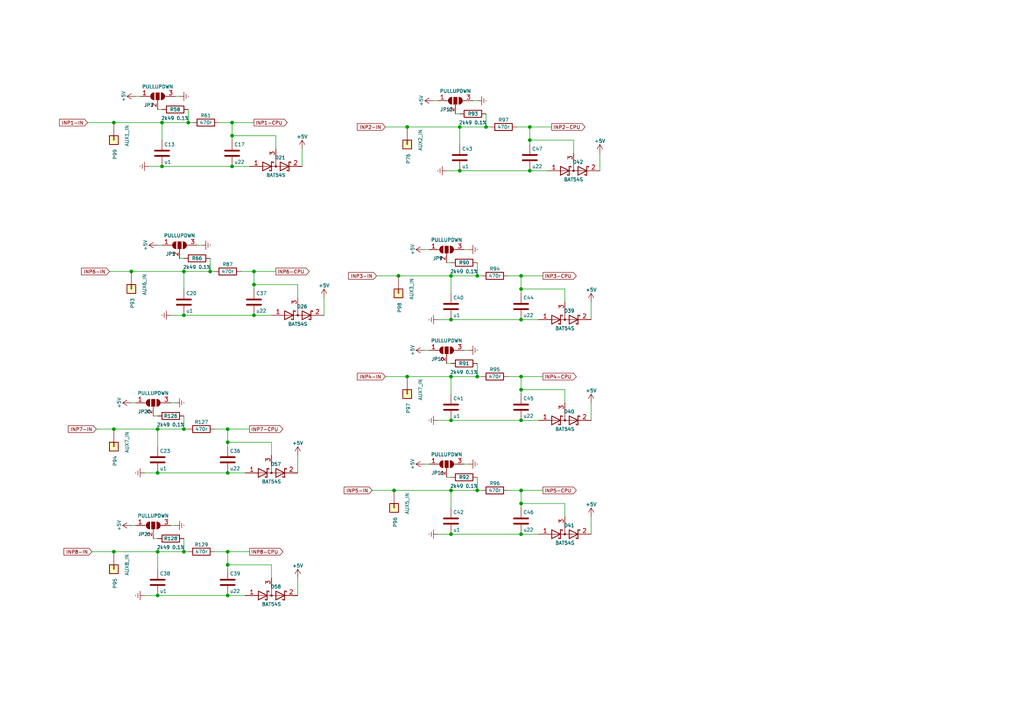
<source format=kicad_sch>
(kicad_sch (version 20231120) (generator "eeschema") (generator_version "8.0")
  (paper "A4")
  (lib_symbols
    (symbol "Device:C" (pin_numbers hide) (pin_names (offset 0.254))
      (property "Reference" "C" (at 0.635 2.54 0))
      (property "Value" "C" (at 0.635 -2.54 0))
      (symbol "C_0_1"
        (polyline (pts (xy -2.032 -0.762) (xy 2.032 -0.762)) (stroke (width 0.508)))
        (polyline (pts (xy -2.032 0.762) (xy 2.032 0.762)) (stroke (width 0.508)))
      )
      (symbol "C_1_1"
        (pin passive line (at 0 3.81 270) (length 2.794) (name "~") (number "1"))
        (pin passive line (at 0 -3.81 90) (length 2.794) (name "~") (number "2"))
      )
    )
    (symbol "Device:R" (pin_numbers hide) (pin_names (offset 0))
      (property "Reference" "R" (at 2.032 0 90))
      (property "Value" "R" (at 0 0 90))
      (symbol "R_0_1"
        (rectangle (start -1.016 -2.54) (end 1.016 2.54) (stroke (width 0.254)))
      )
      (symbol "R_1_1"
        (pin passive line (at 0 3.81 270) (length 1.27) (name "~") (number "1"))
        (pin passive line (at 0 -3.81 90) (length 1.27) (name "~") (number "2"))
      )
    )
    (symbol "Underdog-rescue:D_Schottky_x2_Serial_AKC-Device" (pin_names (offset 0.762) hide)
      (property "Reference" "D" (at 1.27 -2.54 0))
      (property "Value" "D_Schottky_x2_Serial_AKC-Device" (at 0 2.54 0))
      (symbol "D_Schottky_x2_Serial_AKC-Device_0_1"
        (polyline (pts (xy -3.81 0) (xy 3.81 0)))
        (polyline (pts (xy 0 0) (xy 0 -2.54)))
        (polyline (pts (xy 6.35 0) (xy 7.62 0)))
        (polyline (pts (xy -1.27 -1.27) (xy -1.27 1.27) (xy -1.27 1.27)) (stroke (width 0.254)))
        (polyline (pts (xy 3.81 1.27) (xy 3.81 -1.27) (xy 3.81 -1.27)) (stroke (width 0.254)))
        (polyline (pts (xy -1.27 -1.27) (xy -0.762 -1.27) (xy -0.762 -1.016) (xy -0.762 -1.016)) (stroke (width 0.254)))
        (polyline (pts (xy 3.81 -1.27) (xy 4.318 -1.27) (xy 4.318 -1.016) (xy 4.318 -1.016)) (stroke (width 0.254)))
        (polyline (pts (xy 3.81 1.27) (xy 3.302 1.27) (xy 3.302 1.016) (xy 3.302 1.016)) (stroke (width 0.254)))
        (polyline (pts (xy -1.778 1.016) (xy -1.778 1.27) (xy -1.27 1.27) (xy -1.27 1.27) (xy -1.27 1.27)) (stroke (width 0.254)))
        (polyline (pts (xy -3.81 1.27) (xy -1.27 0) (xy -3.81 -1.27) (xy -3.81 1.27) (xy -3.81 1.27) (xy -3.81 1.27)) (stroke (width 0.254)))
        (polyline (pts (xy 1.27 1.27) (xy 3.81 0) (xy 1.27 -1.27) (xy 1.27 1.27) (xy 1.27 1.27) (xy 1.27 1.27)) (stroke (width 0.254)))
        (circle (center 0 0) (radius 0.254) (fill (type outline)))
        (pin passive line (at -7.62 0 0) (length 3.81) (name "A") (number "1"))
        (pin passive line (at 7.62 0 180) (length 3.81) (name "K") (number "2"))
        (pin passive line (at 0 -5.08 90) (length 2.54) (name "common") (number "3"))
      )
    )
    (symbol "Underdog-rescue:SolderJumper_3_Open-Jumper1" (pin_names (offset 0) hide)
      (property "Reference" "JP" (at -2.54 -2.54 0))
      (property "Value" "SolderJumper_3_Open-Jumper1" (at 0 2.794 0))
      (symbol "SolderJumper_3_Open-Jumper1_0_1"
        (arc (start -1.016 1.016) (mid -2.0275 0) (end -1.016 -1.016))
        (arc (start -1.016 1.016) (mid -2.0275 0) (end -1.016 -1.016) (fill (type outline)))
        (rectangle (start -0.508 1.016) (end 0.508 -1.016) (fill (type outline)))
        (polyline (pts (xy -2.54 0) (xy -2.032 0)))
        (polyline (pts (xy -1.016 1.016) (xy -1.016 -1.016)))
        (polyline (pts (xy 0 -1.27) (xy 0 -1.016)))
        (polyline (pts (xy 1.016 1.016) (xy 1.016 -1.016)))
        (polyline (pts (xy 2.54 0) (xy 2.032 0)))
        (arc (start 1.016 -1.016) (mid 2.0275 0) (end 1.016 1.016))
        (arc (start 1.016 -1.016) (mid 2.0275 0) (end 1.016 1.016) (fill (type outline)))
      )
      (symbol "SolderJumper_3_Open-Jumper1_1_1"
        (pin passive line (at -5.08 0 0) (length 2.54) (name "A") (number "1"))
        (pin input line (at 0 -3.81 90) (length 2.54) (name "C") (number "2"))
        (pin passive line (at 5.08 0 180) (length 2.54) (name "B") (number "3"))
      )
    )
    (symbol "misc:Pad" (pin_numbers hide) (pin_names (offset 1.016) hide)
      (property "Reference" "P" (at 2.54 0 0))
      (symbol "Pad_1_1"
        (rectangle (start -1.27 0.127) (end 0 -0.127) (stroke (width 0.1524)))
        (rectangle (start -1.27 1.27) (end 1.27 -1.27) (stroke (width 0.254)) (fill (type background)))
        (pin passive line (at -5.08 0 0) (length 3.81) (name "Pin_1") (number "1"))
      )
    )
    (symbol "power:+5V" (power) (pin_names (offset 0))
      (property "Value" "+5V" (at 0 3.556 0))
      (symbol "+5V_0_1"
        (polyline (pts (xy -0.762 1.27) (xy 0 2.54)))
        (polyline (pts (xy 0 0) (xy 0 2.54)))
        (polyline (pts (xy 0 2.54) (xy 0.762 1.27)))
      )
      (symbol "+5V_1_1"
        (pin power_in line (at 0 0 90) (length 0) hide (name "+5V") (number "1"))
      )
    )
    (symbol "power:Earth" (power) (pin_names (offset 0))
      (symbol "Earth_0_1"
        (polyline (pts (xy -0.635 -1.905) (xy 0.635 -1.905)))
        (polyline (pts (xy -0.127 -2.54) (xy 0.127 -2.54)))
        (polyline (pts (xy 0 -1.27) (xy 0 0)))
        (polyline (pts (xy 1.27 -1.27) (xy -1.27 -1.27)))
      )
      (symbol "Earth_1_1"
        (pin power_in line (at 0 0 270) (length 0) hide (name "Earth") (number "1"))
      )
    )
  )
  (junction (at 151.13 83.82))
  (junction (at 130.81 80.01))
  (junction (at 130.81 92.71))
  (junction (at 66.04 137.16))
  (junction (at 151.13 109.22))
  (junction (at 130.81 154.94))
  (junction (at 151.13 92.71))
  (junction (at 46.99 48.26))
  (junction (at 67.31 39.37))
  (junction (at 66.04 163.83))
  (junction (at 46.99 35.56))
  (junction (at 153.67 40.64))
  (junction (at 115.57 80.01))
  (junction (at 138.43 109.22))
  (junction (at 60.96 78.74))
  (junction (at 151.13 80.01))
  (junction (at 118.11 109.22))
  (junction (at 33.02 35.56))
  (junction (at 53.34 91.44))
  (junction (at 73.66 91.44))
  (junction (at 73.66 82.55))
  (junction (at 67.31 35.56))
  (junction (at 130.81 121.92))
  (junction (at 66.04 128.27))
  (junction (at 67.31 48.26))
  (junction (at 66.04 172.72))
  (junction (at 114.3 142.24))
  (junction (at 153.67 49.53))
  (junction (at 151.13 121.92))
  (junction (at 54.61 35.56))
  (junction (at 33.02 124.46))
  (junction (at 138.43 80.01))
  (junction (at 153.67 36.83))
  (junction (at 133.35 36.83))
  (junction (at 45.72 172.72))
  (junction (at 45.72 124.46))
  (junction (at 151.13 146.05))
  (junction (at 130.81 109.22))
  (junction (at 53.34 124.46))
  (junction (at 140.97 36.83))
  (junction (at 53.34 78.74))
  (junction (at 33.02 160.02))
  (junction (at 53.34 160.02))
  (junction (at 151.13 142.24))
  (junction (at 151.13 154.94))
  (junction (at 45.72 160.02))
  (junction (at 38.1 78.74))
  (junction (at 138.43 142.24))
  (junction (at 151.13 113.03))
  (junction (at 133.35 49.53))
  (junction (at 73.66 78.74))
  (junction (at 66.04 124.46))
  (junction (at 66.04 160.02))
  (junction (at 118.11 36.83))
  (junction (at 45.72 137.16))
  (junction (at 130.81 142.24))
  (wire (pts (xy 45.72 71.12) (xy 46.99 71.12)))
  (wire (pts (xy 80.01 43.18) (xy 80.01 39.37)))
  (wire (pts (xy 138.43 80.01) (xy 138.43 76.2)))
  (wire (pts (xy 60.96 78.74) (xy 60.96 74.93)))
  (wire (pts (xy 151.13 92.71) (xy 156.21 92.71)))
  (wire (pts (xy 33.02 35.56) (xy 46.99 35.56)))
  (wire (pts (xy 135.89 72.39) (xy 134.62 72.39)))
  (wire (pts (xy 45.72 124.46) (xy 53.34 124.46)))
  (wire (pts (xy 46.99 35.56) (xy 54.61 35.56)))
  (wire (pts (xy 86.36 132.08) (xy 86.36 137.16)))
  (wire (pts (xy 130.81 109.22) (xy 138.43 109.22)))
  (wire (pts (xy 53.34 160.02) (xy 54.61 160.02)))
  (wire (pts (xy 153.67 36.83) (xy 160.02 36.83)))
  (wire (pts (xy 151.13 80.01) (xy 151.13 83.82)))
  (wire (pts (xy 41.91 172.72) (xy 45.72 172.72)))
  (wire (pts (xy 53.34 160.02) (xy 53.34 156.21)))
  (wire (pts (xy 66.04 160.02) (xy 72.39 160.02)))
  (wire (pts (xy 130.81 121.92) (xy 151.13 121.92)))
  (wire (pts (xy 151.13 109.22) (xy 157.48 109.22)))
  (wire (pts (xy 163.83 149.86) (xy 163.83 146.05)))
  (wire (pts (xy 147.32 80.01) (xy 151.13 80.01)))
  (wire (pts (xy 38.1 152.4) (xy 39.37 152.4)))
  (wire (pts (xy 44.45 156.21) (xy 45.72 156.21)))
  (wire (pts (xy 53.34 124.46) (xy 53.34 120.65)))
  (wire (pts (xy 127 121.92) (xy 130.81 121.92)))
  (wire (pts (xy 69.85 78.74) (xy 73.66 78.74)))
  (wire (pts (xy 53.34 78.74) (xy 53.34 83.82)))
  (wire (pts (xy 153.67 36.83) (xy 153.67 40.64)))
  (wire (pts (xy 129.54 49.53) (xy 133.35 49.53)))
  (wire (pts (xy 62.23 160.02) (xy 66.04 160.02)))
  (wire (pts (xy 39.37 27.94) (xy 40.64 27.94)))
  (wire (pts (xy 86.36 82.55) (xy 73.66 82.55)))
  (wire (pts (xy 135.89 134.62) (xy 134.62 134.62)))
  (wire (pts (xy 86.36 86.36) (xy 86.36 82.55)))
  (wire (pts (xy 43.18 48.26) (xy 46.99 48.26)))
  (wire (pts (xy 46.99 48.26) (xy 67.31 48.26)))
  (wire (pts (xy 140.97 36.83) (xy 140.97 33.02)))
  (wire (pts (xy 171.45 149.86) (xy 171.45 154.94)))
  (wire (pts (xy 45.72 124.46) (xy 45.72 129.54)))
  (wire (pts (xy 66.04 137.16) (xy 71.12 137.16)))
  (wire (pts (xy 44.45 120.65) (xy 45.72 120.65)))
  (wire (pts (xy 151.13 121.92) (xy 156.21 121.92)))
  (wire (pts (xy 66.04 124.46) (xy 66.04 128.27)))
  (wire (pts (xy 80.01 39.37) (xy 67.31 39.37)))
  (wire (pts (xy 38.1 116.84) (xy 39.37 116.84)))
  (wire (pts (xy 115.57 80.01) (xy 130.81 80.01)))
  (wire (pts (xy 73.66 78.74) (xy 73.66 82.55)))
  (wire (pts (xy 138.43 109.22) (xy 139.7 109.22)))
  (wire (pts (xy 107.95 142.24) (xy 114.3 142.24)))
  (wire (pts (xy 26.67 160.02) (xy 33.02 160.02)))
  (wire (pts (xy 151.13 113.03) (xy 151.13 114.3)))
  (wire (pts (xy 138.43 109.22) (xy 138.43 105.41)))
  (wire (pts (xy 163.83 83.82) (xy 151.13 83.82)))
  (wire (pts (xy 111.76 36.83) (xy 118.11 36.83)))
  (wire (pts (xy 151.13 83.82) (xy 151.13 85.09)))
  (wire (pts (xy 127 154.94) (xy 130.81 154.94)))
  (wire (pts (xy 149.86 36.83) (xy 153.67 36.83)))
  (wire (pts (xy 52.07 27.94) (xy 50.8 27.94)))
  (wire (pts (xy 151.13 80.01) (xy 157.48 80.01)))
  (wire (pts (xy 53.34 78.74) (xy 60.96 78.74)))
  (wire (pts (xy 66.04 172.72) (xy 71.12 172.72)))
  (wire (pts (xy 67.31 35.56) (xy 73.66 35.56)))
  (wire (pts (xy 53.34 124.46) (xy 54.61 124.46)))
  (wire (pts (xy 87.63 43.18) (xy 87.63 48.26)))
  (wire (pts (xy 66.04 124.46) (xy 72.39 124.46)))
  (wire (pts (xy 133.35 36.83) (xy 140.97 36.83)))
  (wire (pts (xy 49.53 91.44) (xy 53.34 91.44)))
  (wire (pts (xy 118.11 36.83) (xy 133.35 36.83)))
  (wire (pts (xy 147.32 109.22) (xy 151.13 109.22)))
  (wire (pts (xy 114.3 142.24) (xy 130.81 142.24)))
  (wire (pts (xy 78.74 163.83) (xy 66.04 163.83)))
  (wire (pts (xy 66.04 163.83) (xy 66.04 165.1)))
  (wire (pts (xy 147.32 142.24) (xy 151.13 142.24)))
  (wire (pts (xy 63.5 35.56) (xy 67.31 35.56)))
  (wire (pts (xy 67.31 39.37) (xy 67.31 40.64)))
  (wire (pts (xy 41.91 137.16) (xy 45.72 137.16)))
  (wire (pts (xy 153.67 40.64) (xy 153.67 41.91)))
  (wire (pts (xy 67.31 35.56) (xy 67.31 39.37)))
  (wire (pts (xy 130.81 109.22) (xy 130.81 114.3)))
  (wire (pts (xy 45.72 137.16) (xy 66.04 137.16)))
  (wire (pts (xy 38.1 78.74) (xy 53.34 78.74)))
  (wire (pts (xy 130.81 80.01) (xy 138.43 80.01)))
  (wire (pts (xy 31.75 78.74) (xy 38.1 78.74)))
  (wire (pts (xy 129.54 105.41) (xy 130.81 105.41)))
  (wire (pts (xy 58.42 71.12) (xy 57.15 71.12)))
  (wire (pts (xy 151.13 154.94) (xy 156.21 154.94)))
  (wire (pts (xy 173.99 44.45) (xy 173.99 49.53)))
  (wire (pts (xy 163.83 146.05) (xy 151.13 146.05)))
  (wire (pts (xy 135.89 101.6) (xy 134.62 101.6)))
  (wire (pts (xy 138.43 142.24) (xy 138.43 138.43)))
  (wire (pts (xy 66.04 128.27) (xy 66.04 129.54)))
  (wire (pts (xy 86.36 167.64) (xy 86.36 172.72)))
  (wire (pts (xy 78.74 132.08) (xy 78.74 128.27)))
  (wire (pts (xy 166.37 44.45) (xy 166.37 40.64)))
  (wire (pts (xy 123.19 72.39) (xy 124.46 72.39)))
  (wire (pts (xy 50.8 116.84) (xy 49.53 116.84)))
  (wire (pts (xy 67.31 48.26) (xy 72.39 48.26)))
  (wire (pts (xy 45.72 31.75) (xy 46.99 31.75)))
  (wire (pts (xy 33.02 160.02) (xy 45.72 160.02)))
  (wire (pts (xy 60.96 78.74) (xy 62.23 78.74)))
  (wire (pts (xy 130.81 154.94) (xy 151.13 154.94)))
  (wire (pts (xy 129.54 138.43) (xy 130.81 138.43)))
  (wire (pts (xy 33.02 124.46) (xy 45.72 124.46)))
  (wire (pts (xy 151.13 142.24) (xy 151.13 146.05)))
  (wire (pts (xy 127 92.71) (xy 130.81 92.71)))
  (wire (pts (xy 132.08 33.02) (xy 133.35 33.02)))
  (wire (pts (xy 109.22 80.01) (xy 115.57 80.01)))
  (wire (pts (xy 125.73 29.21) (xy 127 29.21)))
  (wire (pts (xy 123.19 134.62) (xy 124.46 134.62)))
  (wire (pts (xy 66.04 160.02) (xy 66.04 163.83)))
  (wire (pts (xy 138.43 80.01) (xy 139.7 80.01)))
  (wire (pts (xy 138.43 29.21) (xy 137.16 29.21)))
  (wire (pts (xy 163.83 87.63) (xy 163.83 83.82)))
  (wire (pts (xy 138.43 142.24) (xy 139.7 142.24)))
  (wire (pts (xy 133.35 49.53) (xy 153.67 49.53)))
  (wire (pts (xy 140.97 36.83) (xy 142.24 36.83)))
  (wire (pts (xy 73.66 78.74) (xy 80.01 78.74)))
  (wire (pts (xy 93.98 86.36) (xy 93.98 91.44)))
  (wire (pts (xy 151.13 109.22) (xy 151.13 113.03)))
  (wire (pts (xy 130.81 92.71) (xy 151.13 92.71)))
  (wire (pts (xy 45.72 160.02) (xy 45.72 165.1)))
  (wire (pts (xy 78.74 128.27) (xy 66.04 128.27)))
  (wire (pts (xy 130.81 80.01) (xy 130.81 85.09)))
  (wire (pts (xy 133.35 36.83) (xy 133.35 41.91)))
  (wire (pts (xy 123.19 101.6) (xy 124.46 101.6)))
  (wire (pts (xy 151.13 146.05) (xy 151.13 147.32)))
  (wire (pts (xy 46.99 35.56) (xy 46.99 40.64)))
  (wire (pts (xy 25.4 35.56) (xy 33.02 35.56)))
  (wire (pts (xy 163.83 113.03) (xy 151.13 113.03)))
  (wire (pts (xy 129.54 76.2) (xy 130.81 76.2)))
  (wire (pts (xy 163.83 116.84) (xy 163.83 113.03)))
  (wire (pts (xy 62.23 124.46) (xy 66.04 124.46)))
  (wire (pts (xy 151.13 142.24) (xy 157.48 142.24)))
  (wire (pts (xy 171.45 116.84) (xy 171.45 121.92)))
  (wire (pts (xy 52.07 74.93) (xy 53.34 74.93)))
  (wire (pts (xy 118.11 109.22) (xy 130.81 109.22)))
  (wire (pts (xy 73.66 82.55) (xy 73.66 83.82)))
  (wire (pts (xy 45.72 172.72) (xy 66.04 172.72)))
  (wire (pts (xy 130.81 142.24) (xy 130.81 147.32)))
  (wire (pts (xy 50.8 152.4) (xy 49.53 152.4)))
  (wire (pts (xy 171.45 87.63) (xy 171.45 92.71)))
  (wire (pts (xy 111.76 109.22) (xy 118.11 109.22)))
  (wire (pts (xy 54.61 35.56) (xy 55.88 35.56)))
  (wire (pts (xy 130.81 142.24) (xy 138.43 142.24)))
  (wire (pts (xy 166.37 40.64) (xy 153.67 40.64)))
  (wire (pts (xy 54.61 35.56) (xy 54.61 31.75)))
  (wire (pts (xy 153.67 49.53) (xy 158.75 49.53)))
  (wire (pts (xy 45.72 160.02) (xy 53.34 160.02)))
  (wire (pts (xy 73.66 91.44) (xy 78.74 91.44)))
  (wire (pts (xy 78.74 167.64) (xy 78.74 163.83)))
  (wire (pts (xy 53.34 91.44) (xy 73.66 91.44)))
  (wire (pts (xy 27.94 124.46) (xy 33.02 124.46)))
  (global_label "INP8-IN" (shape input) (at 26.67 160.02 180) (effects (font (size 1 1))) (property "Intersheetrefs" "${INTERSHEET_REFS}" (effects (hide yes))))
  (global_label "INP1-IN" (shape input) (at 25.4 35.56 180) (effects (font (size 1 1))) (property "Intersheetrefs" "${INTERSHEET_REFS}" (effects (hide yes))))
  (global_label "INP1-CPU" (shape output) (at 73.66 35.56 0) (effects (font (size 1 1))) (property "Intersheetrefs" "${INTERSHEET_REFS}" (effects (hide yes))))
  (global_label "INP2-IN" (shape input) (at 111.76 36.83 180) (effects (font (size 1 1))) (property "Intersheetrefs" "${INTERSHEET_REFS}" (effects (hide yes))))
  (global_label "INP7-CPU" (shape output) (at 72.39 124.46 0) (effects (font (size 1 1))) (property "Intersheetrefs" "${INTERSHEET_REFS}" (effects (hide yes))))
  (global_label "INP3-IN" (shape input) (at 109.22 80.01 180) (effects (font (size 1 1))) (property "Intersheetrefs" "${INTERSHEET_REFS}" (effects (hide yes))))
  (global_label "INP6-CPU" (shape output) (at 80.01 78.74 0) (effects (font (size 1 1))) (property "Intersheetrefs" "${INTERSHEET_REFS}" (effects (hide yes))))
  (global_label "INP8-CPU" (shape output) (at 72.39 160.02 0) (effects (font (size 1 1))) (property "Intersheetrefs" "${INTERSHEET_REFS}" (effects (hide yes))))
  (global_label "INP2-CPU" (shape output) (at 160.02 36.83 0) (effects (font (size 1 1))) (property "Intersheetrefs" "${INTERSHEET_REFS}" (effects (hide yes))))
  (global_label "INP5-CPU" (shape output) (at 157.48 142.24 0) (effects (font (size 1 1))) (property "Intersheetrefs" "${INTERSHEET_REFS}" (effects (hide yes))))
  (global_label "INP5-IN" (shape input) (at 107.95 142.24 180) (effects (font (size 1 1))) (property "Intersheetrefs" "${INTERSHEET_REFS}" (effects (hide yes))))
  (global_label "INP7-IN" (shape input) (at 27.94 124.46 180) (effects (font (size 1 1))) (property "Intersheetrefs" "${INTERSHEET_REFS}" (effects (hide yes))))
  (global_label "INP4-CPU" (shape output) (at 157.48 109.22 0) (effects (font (size 1 1))) (property "Intersheetrefs" "${INTERSHEET_REFS}" (effects (hide yes))))
  (global_label "INP3-CPU" (shape output) (at 157.48 80.01 0) (effects (font (size 1 1))) (property "Intersheetrefs" "${INTERSHEET_REFS}" (effects (hide yes))))
  (global_label "INP6-IN" (shape input) (at 31.75 78.74 180) (effects (font (size 1 1))) (property "Intersheetrefs" "${INTERSHEET_REFS}" (effects (hide yes))))
  (global_label "INP4-IN" (shape input) (at 111.76 109.22 180) (effects (font (size 1 1))) (property "Intersheetrefs" "${INTERSHEET_REFS}" (effects (hide yes))))
  (symbol (lib_id "power:Earth") (at 41.91 172.72 270) (unit 1)
    (property "Reference" "#PWR0200" (effects (hide yes)))
    (property "Value" "Earth" (effects (hide yes)))
  )
  (symbol (lib_id "misc:Pad") (at 115.57 85.09 270) (unit 1) (in_bom no)
    (property "Reference" "P98" (at 115.901 87.6839 0) (effects (font (size 1 1)) (justify left)))
    (property "Value" "AUX3_IN" (at 119.38 83.82 0) (effects (font (size 1 1))))
    (property "Footprint" "TestPoint:TestPoint_THTPad_1.5x1.5mm_Drill0.7mm" (effects (hide yes)))
    (property "Rot" "0" (effects (hide yes)))
    (property "label" "A10" (effects (hide yes)))
  )
  (symbol (lib_id "power:Earth") (at 50.8 152.4 90) (unit 1)
    (property "Reference" "#PWR0201" (effects (hide yes)))
    (property "Value" "Earth" (effects (hide yes)))
  )
  (symbol (lib_id "power:Earth") (at 41.91 137.16 270) (unit 1)
    (property "Reference" "#PWR0196" (effects (hide yes)))
    (property "Value" "Earth" (effects (hide yes)))
  )
  (symbol (lib_id "power:Earth") (at 127 121.92 270) (unit 1)
    (property "Reference" "#PWR0146" (effects (hide yes)))
    (property "Value" "Earth" (effects (hide yes)))
  )
  (symbol (lib_id "power:Earth") (at 58.42 71.12 90) (unit 1)
    (property "Reference" "#PWR068" (effects (hide yes)))
    (property "Value" "Earth" (effects (hide yes)))
  )
  (symbol (lib_id "Device:R") (at 143.51 80.01 90) (unit 1)
    (property "Reference" "R94" (at 143.51 77.978 90) (effects (font (size 1 1))))
    (property "Value" "470r" (at 143.51 80.01 90) (effects (font (size 1 1))))
    (property "Footprint" "easyeda2kicad:R0805" (effects (hide yes)))
    (property "MPN" " C17710" (effects (hide yes)))
    (property "LCSC" "C17710" (effects (hide yes)))
    (property "Rot" "0" (effects (hide yes)))
  )
  (symbol (lib_id "power:Earth") (at 127 154.94 270) (unit 1)
    (property "Reference" "#PWR0147" (effects (hide yes)))
    (property "Value" "Earth" (effects (hide yes)))
  )
  (symbol (lib_id "power:+5V") (at 123.19 134.62 90) (unit 1)
    (property "Reference" "#PWR0143" (effects (hide yes)))
    (property "Value" "+5V" (at 119.634 134.62 0) (effects (font (size 1 1))))
  )
  (symbol (lib_id "power:+5V") (at 125.73 29.21 90) (unit 1)
    (property "Reference" "#PWR0144" (effects (hide yes)))
    (property "Value" "+5V" (at 122.174 29.21 0) (effects (font (size 1 1))))
  )
  (symbol (lib_id "Device:C") (at 53.34 87.63 0) (unit 1)
    (property "Reference" "C20" (at 53.975 85.09 0) (effects (font (size 1 1)) (justify left)))
    (property "Value" "u1" (at 53.975 90.17 0) (effects (font (size 1 1)) (justify left)))
    (property "Footprint" "easyeda2kicad:C0805" (effects (hide yes)))
    (property "MPN" "CL21B104KBFNNNE" (effects (hide yes)))
    (property "LCSC" "C136621" (effects (hide yes)))
    (property "Rot" "0" (effects (hide yes)))
  )
  (symbol (lib_id "misc:Pad") (at 114.3 147.32 270) (unit 1) (in_bom no)
    (property "Reference" "P96" (at 114.631 149.9139 0) (effects (font (size 1 1)) (justify left)))
    (property "Value" "AUX5_IN" (at 118.11 146.05 0) (effects (font (size 1 1))))
    (property "Footprint" "TestPoint:TestPoint_THTPad_1.5x1.5mm_Drill0.7mm" (effects (hide yes)))
    (property "Rot" "0" (effects (hide yes)))
    (property "label" "A12" (effects (hide yes)))
  )
  (symbol (lib_id "power:+5V") (at 123.19 72.39 90) (unit 1)
    (property "Reference" "#PWR0121" (effects (hide yes)))
    (property "Value" "+5V" (at 119.634 72.39 0) (effects (font (size 1 1))))
  )
  (symbol (lib_id "misc:Pad") (at 33.02 165.1 270) (unit 1) (in_bom no)
    (property "Reference" "P95" (at 33.351 167.6939 0) (effects (font (size 1 1)) (justify left)))
    (property "Value" "AUX8_IN" (at 36.83 163.83 0) (effects (font (size 1 1))))
    (property "Footprint" "TestPoint:TestPoint_THTPad_1.5x1.5mm_Drill0.7mm" (effects (hide yes)))
    (property "Rot" "0" (effects (hide yes)))
    (property "text" "A15" (effects (hide yes)))
  )
  (symbol (lib_id "power:+5V") (at 171.45 149.86 0) (unit 1)
    (property "Reference" "#PWR0155" (effects (hide yes)))
    (property "Value" "+5V" (at 171.45 146.304 0) (effects (font (size 1 1))))
  )
  (symbol (lib_id "power:Earth") (at 138.43 29.21 90) (unit 1)
    (property "Reference" "#PWR0152" (effects (hide yes)))
    (property "Value" "Earth" (effects (hide yes)))
  )
  (symbol (lib_id "power:+5V") (at 93.98 86.36 0) (unit 1)
    (property "Reference" "#PWR0112" (effects (hide yes)))
    (property "Value" "+5V" (at 93.98 82.804 0) (effects (font (size 1 1))))
  )
  (symbol (lib_id "Device:C") (at 45.72 168.91 0) (unit 1)
    (property "Reference" "C38" (at 46.355 166.37 0) (effects (font (size 1 1)) (justify left)))
    (property "Value" "u1" (at 46.355 171.45 0) (effects (font (size 1 1)) (justify left)))
    (property "Footprint" "easyeda2kicad:C0805" (effects (hide yes)))
    (property "MPN" "CL21B104KBFNNNE" (effects (hide yes)))
    (property "LCSC" "C136621" (effects (hide yes)))
    (property "Rot" "0" (effects (hide yes)))
  )
  (symbol (lib_id "Device:R") (at 59.69 35.56 90) (unit 1)
    (property "Reference" "R61" (at 59.69 33.528 90) (effects (font (size 1 1))))
    (property "Value" "470r" (at 59.69 35.56 90) (effects (font (size 1 1))))
    (property "Footprint" "easyeda2kicad:R0805" (effects (hide yes)))
    (property "MPN" " C17710" (effects (hide yes)))
    (property "LCSC" "C17710" (effects (hide yes)))
    (property "Rot" "0" (effects (hide yes)))
  )
  (symbol (lib_id "Underdog-rescue:D_Schottky_x2_Serial_AKC-Device") (at 163.83 121.92 0) (mirror x) (unit 1)
    (property "Reference" "D40" (at 165.1 119.38 0) (effects (font (size 1 1))))
    (property "Value" "BAT54S" (at 163.83 124.46 0) (effects (font (size 1 1))))
    (property "Footprint" "easyeda2kicad:SOT-23-3_L3.0-W1.7-P0.95-LS2.9-BR" (effects (hide yes)))
    (property "MPN" "BAT54S,215" (effects (hide yes)))
    (property "LCSC" "C47546" (effects (hide yes)))
    (property "Rot" "0" (effects (hide yes)))
  )
  (symbol (lib_id "Underdog-rescue:D_Schottky_x2_Serial_AKC-Device") (at 163.83 154.94 0) (mirror x) (unit 1)
    (property "Reference" "D41" (at 165.1 152.4 0) (effects (font (size 1 1))))
    (property "Value" "BAT54S" (at 163.83 157.48 0) (effects (font (size 1 1))))
    (property "Footprint" "easyeda2kicad:SOT-23-3_L3.0-W1.7-P0.95-LS2.9-BR" (effects (hide yes)))
    (property "MPN" "BAT54S,215" (effects (hide yes)))
    (property "LCSC" "C47546" (effects (hide yes)))
    (property "Rot" "0" (effects (hide yes)))
  )
  (symbol (lib_id "Underdog-rescue:SolderJumper_3_Open-Jumper1") (at 44.45 116.84 0) (unit 1) (in_bom no)
    (property "Reference" "JP20" (at 41.91 119.38 0) (effects (font (size 1 1))))
    (property "Value" "PULLUPDWN" (at 44.45 114.046 0) (effects (font (size 1 1))))
    (property "Footprint" "Jumper:SolderJumper-3_P1.3mm_Open_Pad1.0x1.5mm_NumberLabels" (effects (hide yes)))
    (property "MPN" "DNP" (effects (hide yes)))
    (property "Rot" "0" (effects (hide yes)))
  )
  (symbol (lib_id "Underdog-rescue:SolderJumper_3_Open-Jumper1") (at 129.54 101.6 0) (unit 1) (in_bom no)
    (property "Reference" "JP10" (at 127 104.14 0) (effects (font (size 1 1))))
    (property "Value" "PULLUPDWN" (at 129.54 98.806 0) (effects (font (size 1 1))))
    (property "Footprint" "Jumper:SolderJumper-3_P1.3mm_Open_Pad1.0x1.5mm_NumberLabels" (effects (hide yes)))
    (property "MPN" "DNP" (effects (hide yes)))
    (property "Rot" "0" (effects (hide yes)))
  )
  (symbol (lib_id "misc:Pad") (at 118.11 41.91 270) (unit 1) (in_bom no)
    (property "Reference" "P76" (at 118.441 44.5039 0) (effects (font (size 1 1)) (justify left)))
    (property "Value" "AUX2_IN" (at 121.92 40.64 0) (effects (font (size 1 1))))
    (property "Footprint" "TestPoint:TestPoint_THTPad_1.5x1.5mm_Drill0.7mm" (effects (hide yes)))
    (property "Rot" "0" (effects (hide yes)))
    (property "label" "A8" (effects (hide yes)))
  )
  (symbol (lib_id "Underdog-rescue:D_Schottky_x2_Serial_AKC-Device") (at 80.01 48.26 0) (mirror x) (unit 1)
    (property "Reference" "D21" (at 81.28 45.72 0) (effects (font (size 1 1))))
    (property "Value" "BAT54S" (at 80.01 50.8 0) (effects (font (size 1 1))))
    (property "Footprint" "easyeda2kicad:SOT-23-3_L3.0-W1.7-P0.95-LS2.9-BR" (effects (hide yes)))
    (property "MPN" "BAT54S,215" (effects (hide yes)))
    (property "LCSC" "C47546" (effects (hide yes)))
    (property "Rot" "0" (effects (hide yes)))
  )
  (symbol (lib_id "Device:C") (at 66.04 133.35 0) (unit 1)
    (property "Reference" "C36" (at 66.675 130.81 0) (effects (font (size 1 1)) (justify left)))
    (property "Value" "u22" (at 66.675 135.89 0) (effects (font (size 1 1)) (justify left)))
    (property "Footprint" "easyeda2kicad:C0805" (effects (hide yes)))
    (property "MPN" "CL21B224KBFNNNE" (effects (hide yes)))
    (property "LCSC" "C5378" (effects (hide yes)))
    (property "Rot" "0" (effects (hide yes)))
  )
  (symbol (lib_id "Underdog-rescue:SolderJumper_3_Open-Jumper1") (at 45.72 27.94 0) (unit 1) (in_bom no)
    (property "Reference" "JP3" (at 43.18 30.48 0) (effects (font (size 1 1))))
    (property "Value" "PULLUPDWN" (at 45.72 25.146 0) (effects (font (size 1 1))))
    (property "Footprint" "Jumper:SolderJumper-3_P1.3mm_Open_Pad1.0x1.5mm_NumberLabels" (effects (hide yes)))
    (property "MPN" "DNP" (effects (hide yes)))
    (property "Rot" "0" (effects (hide yes)))
  )
  (symbol (lib_id "power:+5V") (at 171.45 116.84 0) (unit 1)
    (property "Reference" "#PWR0154" (effects (hide yes)))
    (property "Value" "+5V" (at 171.45 113.284 0) (effects (font (size 1 1))))
  )
  (symbol (lib_id "Device:C") (at 151.13 118.11 0) (unit 1)
    (property "Reference" "C45" (at 151.765 115.57 0) (effects (font (size 1 1)) (justify left)))
    (property "Value" "u22" (at 151.765 120.65 0) (effects (font (size 1 1)) (justify left)))
    (property "Footprint" "easyeda2kicad:C0805" (effects (hide yes)))
    (property "MPN" "CL21B224KBFNNNE" (effects (hide yes)))
    (property "LCSC" "C5378" (effects (hide yes)))
    (property "Rot" "0" (effects (hide yes)))
  )
  (symbol (lib_id "Device:R") (at 57.15 74.93 270) (unit 1)
    (property "Reference" "R66" (at 57.15 74.93 90) (effects (font (size 1 1))))
    (property "Value" "2k49 0.1%" (at 57.15 77.47 90) (effects (font (size 1 1))))
    (property "Footprint" "easyeda2kicad:R0805" (effects (hide yes)))
    (property "MPN" "C515727" (effects (hide yes)))
    (property "LCSC" "C515727" (effects (hide yes)))
    (property "Rot" "0" (effects (hide yes)))
  )
  (symbol (lib_id "power:+5V") (at 173.99 44.45 0) (unit 1)
    (property "Reference" "#PWR0156" (effects (hide yes)))
    (property "Value" "+5V" (at 173.99 40.894 0) (effects (font (size 1 1))))
  )
  (symbol (lib_id "Device:R") (at 49.53 156.21 270) (unit 1)
    (property "Reference" "R128" (at 49.53 156.21 90) (effects (font (size 1 1))))
    (property "Value" "2k49 0.1%" (at 49.53 158.75 90) (effects (font (size 1 1))))
    (property "Footprint" "easyeda2kicad:R0805" (effects (hide yes)))
    (property "MPN" "C515727" (effects (hide yes)))
    (property "LCSC" "C515727" (effects (hide yes)))
    (property "Rot" "0" (effects (hide yes)))
  )
  (symbol (lib_id "Device:C") (at 45.72 133.35 0) (unit 1)
    (property "Reference" "C23" (at 46.355 130.81 0) (effects (font (size 1 1)) (justify left)))
    (property "Value" "u1" (at 46.355 135.89 0) (effects (font (size 1 1)) (justify left)))
    (property "Footprint" "easyeda2kicad:C0805" (effects (hide yes)))
    (property "MPN" "CL21B104KBFNNNE" (effects (hide yes)))
    (property "LCSC" "C136621" (effects (hide yes)))
    (property "Rot" "0" (effects (hide yes)))
  )
  (symbol (lib_id "Device:C") (at 130.81 88.9 0) (unit 1)
    (property "Reference" "C40" (at 131.445 86.36 0) (effects (font (size 1 1)) (justify left)))
    (property "Value" "u1" (at 131.445 91.44 0) (effects (font (size 1 1)) (justify left)))
    (property "Footprint" "easyeda2kicad:C0805" (effects (hide yes)))
    (property "MPN" "CL21B104KBFNNNE" (effects (hide yes)))
    (property "LCSC" "C136621" (effects (hide yes)))
    (property "Rot" "0" (effects (hide yes)))
  )
  (symbol (lib_id "Device:C") (at 151.13 88.9 0) (unit 1)
    (property "Reference" "C44" (at 151.765 86.36 0) (effects (font (size 1 1)) (justify left)))
    (property "Value" "u22" (at 151.765 91.44 0) (effects (font (size 1 1)) (justify left)))
    (property "Footprint" "easyeda2kicad:C0805" (effects (hide yes)))
    (property "MPN" "CL21B224KBFNNNE" (effects (hide yes)))
    (property "LCSC" "C5378" (effects (hide yes)))
    (property "Rot" "0" (effects (hide yes)))
  )
  (symbol (lib_id "Device:C") (at 66.04 168.91 0) (unit 1)
    (property "Reference" "C39" (at 66.675 166.37 0) (effects (font (size 1 1)) (justify left)))
    (property "Value" "u22" (at 66.675 171.45 0) (effects (font (size 1 1)) (justify left)))
    (property "Footprint" "easyeda2kicad:C0805" (effects (hide yes)))
    (property "MPN" "CL21B224KBFNNNE" (effects (hide yes)))
    (property "LCSC" "C5378" (effects (hide yes)))
    (property "Rot" "0" (effects (hide yes)))
  )
  (symbol (lib_id "power:Earth") (at 52.07 27.94 90) (unit 1)
    (property "Reference" "#PWR0100" (effects (hide yes)))
    (property "Value" "Earth" (effects (hide yes)))
  )
  (symbol (lib_id "Device:R") (at 143.51 109.22 90) (unit 1)
    (property "Reference" "R95" (at 143.51 107.188 90) (effects (font (size 1 1))))
    (property "Value" "470r" (at 143.51 109.22 90) (effects (font (size 1 1))))
    (property "Footprint" "easyeda2kicad:R0805" (effects (hide yes)))
    (property "MPN" " C17710" (effects (hide yes)))
    (property "LCSC" "C17710" (effects (hide yes)))
    (property "Rot" "0" (effects (hide yes)))
  )
  (symbol (lib_id "Device:C") (at 130.81 151.13 0) (unit 1)
    (property "Reference" "C42" (at 131.445 148.59 0) (effects (font (size 1 1)) (justify left)))
    (property "Value" "u1" (at 131.445 153.67 0) (effects (font (size 1 1)) (justify left)))
    (property "Footprint" "easyeda2kicad:C0805" (effects (hide yes)))
    (property "MPN" "CL21B104KBFNNNE" (effects (hide yes)))
    (property "LCSC" "C136621" (effects (hide yes)))
    (property "Rot" "0" (effects (hide yes)))
  )
  (symbol (lib_id "power:+5V") (at 86.36 167.64 0) (unit 1)
    (property "Reference" "#PWR0202" (effects (hide yes)))
    (property "Value" "+5V" (at 86.36 164.084 0) (effects (font (size 1 1))))
  )
  (symbol (lib_id "Device:R") (at 146.05 36.83 90) (unit 1)
    (property "Reference" "R97" (at 146.05 34.798 90) (effects (font (size 1 1))))
    (property "Value" "470r" (at 146.05 36.83 90) (effects (font (size 1 1))))
    (property "Footprint" "easyeda2kicad:R0805" (effects (hide yes)))
    (property "MPN" " C17710" (effects (hide yes)))
    (property "LCSC" "C17710" (effects (hide yes)))
    (property "Rot" "0" (effects (hide yes)))
  )
  (symbol (lib_id "power:Earth") (at 127 92.71 270) (unit 1)
    (property "Reference" "#PWR0145" (effects (hide yes)))
    (property "Value" "Earth" (effects (hide yes)))
  )
  (symbol (lib_id "power:Earth") (at 135.89 134.62 90) (unit 1)
    (property "Reference" "#PWR0151" (effects (hide yes)))
    (property "Value" "Earth" (effects (hide yes)))
  )
  (symbol (lib_id "Device:R") (at 137.16 33.02 270) (unit 1)
    (property "Reference" "R93" (at 137.16 33.02 90) (effects (font (size 1 1))))
    (property "Value" "2k49 0.1%" (at 137.16 35.56 90) (effects (font (size 1 1))))
    (property "Footprint" "easyeda2kicad:R0805" (effects (hide yes)))
    (property "MPN" "C515727" (effects (hide yes)))
    (property "LCSC" "C515727" (effects (hide yes)))
    (property "Rot" "0" (effects (hide yes)))
  )
  (symbol (lib_id "power:+5V") (at 86.36 132.08 0) (unit 1)
    (property "Reference" "#PWR0198" (effects (hide yes)))
    (property "Value" "+5V" (at 86.36 128.524 0) (effects (font (size 1 1))))
  )
  (symbol (lib_id "Device:R") (at 58.42 160.02 90) (unit 1)
    (property "Reference" "R129" (at 58.42 157.988 90) (effects (font (size 1 1))))
    (property "Value" "470r" (at 58.42 160.02 90) (effects (font (size 1 1))))
    (property "Footprint" "easyeda2kicad:R0805" (effects (hide yes)))
    (property "MPN" " C17710" (effects (hide yes)))
    (property "LCSC" "C17710" (effects (hide yes)))
    (property "Rot" "0" (effects (hide yes)))
  )
  (symbol (lib_id "Device:C") (at 153.67 45.72 0) (unit 1)
    (property "Reference" "C47" (at 154.305 43.18 0) (effects (font (size 1 1)) (justify left)))
    (property "Value" "u22" (at 154.305 48.26 0) (effects (font (size 1 1)) (justify left)))
    (property "Footprint" "easyeda2kicad:C0805" (effects (hide yes)))
    (property "MPN" "CL21B224KBFNNNE" (effects (hide yes)))
    (property "LCSC" "C5378" (effects (hide yes)))
    (property "Rot" "0" (effects (hide yes)))
  )
  (symbol (lib_id "Device:R") (at 134.62 76.2 270) (unit 1)
    (property "Reference" "R90" (at 134.62 76.2 90) (effects (font (size 1 1))))
    (property "Value" "2k49 0.1%" (at 134.62 78.74 90) (effects (font (size 1 1))))
    (property "Footprint" "easyeda2kicad:R0805" (effects (hide yes)))
    (property "MPN" "C515727" (effects (hide yes)))
    (property "LCSC" "C515727" (effects (hide yes)))
    (property "Rot" "0" (effects (hide yes)))
  )
  (symbol (lib_id "power:Earth") (at 135.89 72.39 90) (unit 1)
    (property "Reference" "#PWR0149" (effects (hide yes)))
    (property "Value" "Earth" (effects (hide yes)))
  )
  (symbol (lib_id "Underdog-rescue:D_Schottky_x2_Serial_AKC-Device") (at 163.83 92.71 0) (mirror x) (unit 1)
    (property "Reference" "D39" (at 165.1 90.17 0) (effects (font (size 1 1))))
    (property "Value" "BAT54S" (at 163.83 95.25 0) (effects (font (size 1 1))))
    (property "Footprint" "easyeda2kicad:SOT-23-3_L3.0-W1.7-P0.95-LS2.9-BR" (effects (hide yes)))
    (property "MPN" "BAT54S,215" (effects (hide yes)))
    (property "LCSC" "C47546" (effects (hide yes)))
    (property "Rot" "0" (effects (hide yes)))
  )
  (symbol (lib_id "Underdog-rescue:D_Schottky_x2_Serial_AKC-Device") (at 86.36 91.44 0) (mirror x) (unit 1)
    (property "Reference" "D26" (at 87.63 88.9 0) (effects (font (size 1 1))))
    (property "Value" "BAT54S" (at 86.36 93.98 0) (effects (font (size 1 1))))
    (property "Footprint" "easyeda2kicad:SOT-23-3_L3.0-W1.7-P0.95-LS2.9-BR" (effects (hide yes)))
    (property "MPN" "BAT54S,215" (effects (hide yes)))
    (property "LCSC" "C47546" (effects (hide yes)))
    (property "Rot" "0" (effects (hide yes)))
  )
  (symbol (lib_id "power:+5V") (at 123.19 101.6 90) (unit 1)
    (property "Reference" "#PWR0142" (effects (hide yes)))
    (property "Value" "+5V" (at 119.634 101.6 0) (effects (font (size 1 1))))
  )
  (symbol (lib_id "misc:Pad") (at 118.11 114.3 270) (unit 1) (in_bom no)
    (property "Reference" "P97" (at 118.441 116.8939 0) (effects (font (size 1 1)) (justify left)))
    (property "Value" "AUX7_IN" (at 121.92 113.03 0) (effects (font (size 1 1))))
    (property "Footprint" "TestPoint:TestPoint_THTPad_1.5x1.5mm_Drill0.7mm" (effects (hide yes)))
    (property "Rot" "0" (effects (hide yes)))
    (property "label" "A11" (effects (hide yes)))
  )
  (symbol (lib_id "power:Earth") (at 135.89 101.6 90) (unit 1)
    (property "Reference" "#PWR0150" (effects (hide yes)))
    (property "Value" "Earth" (effects (hide yes)))
  )
  (symbol (lib_id "Device:R") (at 134.62 138.43 270) (unit 1)
    (property "Reference" "R92" (at 134.62 138.43 90) (effects (font (size 1 1))))
    (property "Value" "2k49 0.1%" (at 134.62 140.97 90) (effects (font (size 1 1))))
    (property "Footprint" "easyeda2kicad:R0805" (effects (hide yes)))
    (property "MPN" "C515727" (effects (hide yes)))
    (property "LCSC" "C515727" (effects (hide yes)))
    (property "Rot" "0" (effects (hide yes)))
  )
  (symbol (lib_id "power:+5V") (at 38.1 152.4 90) (unit 1)
    (property "Reference" "#PWR0199" (effects (hide yes)))
    (property "Value" "+5V" (at 34.544 152.4 0) (effects (font (size 1 1))))
  )
  (symbol (lib_id "Underdog-rescue:SolderJumper_3_Open-Jumper1") (at 129.54 134.62 0) (unit 1) (in_bom no)
    (property "Reference" "JP11" (at 127 137.16 0) (effects (font (size 1 1))))
    (property "Value" "PULLUPDWN" (at 129.54 131.826 0) (effects (font (size 1 1))))
    (property "Footprint" "Jumper:SolderJumper-3_P1.3mm_Open_Pad1.0x1.5mm_NumberLabels" (effects (hide yes)))
    (property "MPN" "DNP" (effects (hide yes)))
    (property "Rot" "0" (effects (hide yes)))
  )
  (symbol (lib_id "Device:R") (at 134.62 105.41 270) (unit 1)
    (property "Reference" "R91" (at 134.62 105.41 90) (effects (font (size 1 1))))
    (property "Value" "2k49 0.1%" (at 134.62 107.95 90) (effects (font (size 1 1))))
    (property "Footprint" "easyeda2kicad:R0805" (effects (hide yes)))
    (property "MPN" "C515727" (effects (hide yes)))
    (property "LCSC" "C515727" (effects (hide yes)))
    (property "Rot" "0" (effects (hide yes)))
  )
  (symbol (lib_id "power:Earth") (at 50.8 116.84 90) (unit 1)
    (property "Reference" "#PWR0197" (effects (hide yes)))
    (property "Value" "Earth" (effects (hide yes)))
  )
  (symbol (lib_id "Underdog-rescue:D_Schottky_x2_Serial_AKC-Device") (at 166.37 49.53 0) (mirror x) (unit 1)
    (property "Reference" "D42" (at 167.64 46.99 0) (effects (font (size 1 1))))
    (property "Value" "BAT54S" (at 166.37 52.07 0) (effects (font (size 1 1))))
    (property "Footprint" "easyeda2kicad:SOT-23-3_L3.0-W1.7-P0.95-LS2.9-BR" (effects (hide yes)))
    (property "MPN" "BAT54S,215" (effects (hide yes)))
    (property "LCSC" "C47546" (effects (hide yes)))
    (property "Rot" "0" (effects (hide yes)))
  )
  (symbol (lib_id "power:Earth") (at 43.18 48.26 270) (unit 1)
    (property "Reference" "#PWR097" (effects (hide yes)))
    (property "Value" "Earth" (effects (hide yes)))
  )
  (symbol (lib_id "misc:Pad") (at 33.02 40.64 270) (unit 1) (in_bom no)
    (property "Reference" "P99" (at 33.351 43.2339 0) (effects (font (size 1 1)) (justify left)))
    (property "Value" "AUX1_IN" (at 36.83 39.37 0) (effects (font (size 1 1))))
    (property "Footprint" "TestPoint:TestPoint_THTPad_1.5x1.5mm_Drill0.7mm" (effects (hide yes)))
    (property "Rot" "0" (effects (hide yes)))
    (property "label" "A9" (effects (hide yes)))
  )
  (symbol (lib_id "misc:Pad") (at 33.02 129.54 270) (unit 1) (in_bom no)
    (property "Reference" "P94" (at 33.351 132.1339 0) (effects (font (size 1 1)) (justify left)))
    (property "Value" "AUX7_IN" (at 36.83 128.27 0) (effects (font (size 1 1))))
    (property "Footprint" "TestPoint:TestPoint_THTPad_1.5x1.5mm_Drill0.7mm" (effects (hide yes)))
    (property "Rot" "0" (effects (hide yes)))
    (property "text" "A14" (effects (hide yes)))
  )
  (symbol (lib_id "misc:Pad") (at 38.1 83.82 270) (unit 1) (in_bom no)
    (property "Reference" "P93" (at 38.431 86.4139 0) (effects (font (size 1 1)) (justify left)))
    (property "Value" "AUX6_IN" (at 41.91 82.55 0) (effects (font (size 1 1))))
    (property "Footprint" "TestPoint:TestPoint_THTPad_1.5x1.5mm_Drill0.7mm" (effects (hide yes)))
    (property "Rot" "0" (effects (hide yes)))
    (property "text" "A13" (effects (hide yes)))
  )
  (symbol (lib_id "Device:R") (at 58.42 124.46 90) (unit 1)
    (property "Reference" "R127" (at 58.42 122.428 90) (effects (font (size 1 1))))
    (property "Value" "470r" (at 58.42 124.46 90) (effects (font (size 1 1))))
    (property "Footprint" "easyeda2kicad:R0805" (effects (hide yes)))
    (property "MPN" " C17710" (effects (hide yes)))
    (property "LCSC" "C17710" (effects (hide yes)))
    (property "Rot" "0" (effects (hide yes)))
  )
  (symbol (lib_id "Device:R") (at 50.8 31.75 270) (unit 1)
    (property "Reference" "R58" (at 50.8 31.75 90) (effects (font (size 1 1))))
    (property "Value" "2k49 0.1%" (at 50.8 34.29 90) (effects (font (size 1 1))))
    (property "Footprint" "easyeda2kicad:R0805" (effects (hide yes)))
    (property "MPN" "C515727" (effects (hide yes)))
    (property "LCSC" "C515727" (effects (hide yes)))
    (property "Rot" "0" (effects (hide yes)))
  )
  (symbol (lib_id "Device:C") (at 151.13 151.13 0) (unit 1)
    (property "Reference" "C46" (at 151.765 148.59 0) (effects (font (size 1 1)) (justify left)))
    (property "Value" "u22" (at 151.765 153.67 0) (effects (font (size 1 1)) (justify left)))
    (property "Footprint" "easyeda2kicad:C0805" (effects (hide yes)))
    (property "MPN" "CL21B224KBFNNNE" (effects (hide yes)))
    (property "LCSC" "C5378" (effects (hide yes)))
    (property "Rot" "0" (effects (hide yes)))
  )
  (symbol (lib_id "power:+5V") (at 39.37 27.94 90) (unit 1)
    (property "Reference" "#PWR037" (effects (hide yes)))
    (property "Value" "+5V" (at 35.814 27.94 0) (effects (font (size 1 1))))
  )
  (symbol (lib_id "Device:C") (at 46.99 44.45 0) (unit 1)
    (property "Reference" "C13" (at 47.625 41.91 0) (effects (font (size 1 1)) (justify left)))
    (property "Value" "u1" (at 47.625 46.99 0) (effects (font (size 1 1)) (justify left)))
    (property "Footprint" "easyeda2kicad:C0805" (effects (hide yes)))
    (property "MPN" "CL21B104KBFNNNE" (effects (hide yes)))
    (property "LCSC" "C136621" (effects (hide yes)))
    (property "Rot" "0" (effects (hide yes)))
  )
  (symbol (lib_id "Device:R") (at 66.04 78.74 90) (unit 1)
    (property "Reference" "R87" (at 66.04 76.708 90) (effects (font (size 1 1))))
    (property "Value" "470r" (at 66.04 78.74 90) (effects (font (size 1 1))))
    (property "Footprint" "easyeda2kicad:R0805" (effects (hide yes)))
    (property "MPN" " C17710" (effects (hide yes)))
    (property "LCSC" "C17710" (effects (hide yes)))
    (property "Rot" "0" (effects (hide yes)))
  )
  (symbol (lib_id "power:Earth") (at 129.54 49.53 270) (unit 1)
    (property "Reference" "#PWR0148" (effects (hide yes)))
    (property "Value" "Earth" (effects (hide yes)))
  )
  (symbol (lib_id "Underdog-rescue:SolderJumper_3_Open-Jumper1") (at 129.54 72.39 0) (unit 1) (in_bom no)
    (property "Reference" "JP9" (at 127 74.93 0) (effects (font (size 1 1))))
    (property "Value" "PULLUPDWN" (at 129.54 69.596 0) (effects (font (size 1 1))))
    (property "Footprint" "Jumper:SolderJumper-3_P1.3mm_Open_Pad1.0x1.5mm_NumberLabels" (effects (hide yes)))
    (property "MPN" "DNP" (effects (hide yes)))
    (property "Rot" "0" (effects (hide yes)))
  )
  (symbol (lib_id "Device:R") (at 49.53 120.65 270) (unit 1)
    (property "Reference" "R126" (at 49.53 120.65 90) (effects (font (size 1 1))))
    (property "Value" "2k49 0.1%" (at 49.53 123.19 90) (effects (font (size 1 1))))
    (property "Footprint" "easyeda2kicad:R0805" (effects (hide yes)))
    (property "MPN" "C515727" (effects (hide yes)))
    (property "LCSC" "C515727" (effects (hide yes)))
    (property "Rot" "0" (effects (hide yes)))
  )
  (symbol (lib_id "Underdog-rescue:D_Schottky_x2_Serial_AKC-Device") (at 78.74 137.16 0) (mirror x) (unit 1)
    (property "Reference" "D57" (at 80.01 134.62 0) (effects (font (size 1 1))))
    (property "Value" "BAT54S" (at 78.74 139.7 0) (effects (font (size 1 1))))
    (property "Footprint" "easyeda2kicad:SOT-23-3_L3.0-W1.7-P0.95-LS2.9-BR" (effects (hide yes)))
    (property "MPN" "BAT54S,215" (effects (hide yes)))
    (property "LCSC" "C47546" (effects (hide yes)))
    (property "Rot" "0" (effects (hide yes)))
  )
  (symbol (lib_id "Device:R") (at 143.51 142.24 90) (unit 1)
    (property "Reference" "R96" (at 143.51 140.208 90) (effects (font (size 1 1))))
    (property "Value" "470r" (at 143.51 142.24 90) (effects (font (size 1 1))))
    (property "Footprint" "easyeda2kicad:R0805" (effects (hide yes)))
    (property "MPN" " C17710" (effects (hide yes)))
    (property "LCSC" "C17710" (effects (hide yes)))
    (property "Rot" "0" (effects (hide yes)))
  )
  (symbol (lib_id "power:+5V") (at 171.45 87.63 0) (unit 1)
    (property "Reference" "#PWR0153" (effects (hide yes)))
    (property "Value" "+5V" (at 171.45 84.074 0) (effects (font (size 1 1))))
  )
  (symbol (lib_id "power:+5V") (at 87.63 43.18 0) (unit 1)
    (property "Reference" "#PWR0103" (effects (hide yes)))
    (property "Value" "+5V" (at 87.63 39.624 0) (effects (font (size 1 1))))
  )
  (symbol (lib_id "Underdog-rescue:SolderJumper_3_Open-Jumper1") (at 132.08 29.21 0) (unit 1) (in_bom no)
    (property "Reference" "JP12" (at 129.54 31.75 0) (effects (font (size 1 1))))
    (property "Value" "PULLUPDWN" (at 132.08 26.416 0) (effects (font (size 1 1))))
    (property "Footprint" "Jumper:SolderJumper-3_P1.3mm_Open_Pad1.0x1.5mm_NumberLabels" (effects (hide yes)))
    (property "MPN" "DNP" (effects (hide yes)))
    (property "Rot" "0" (effects (hide yes)))
  )
  (symbol (lib_id "Device:C") (at 133.35 45.72 0) (unit 1)
    (property "Reference" "C43" (at 133.985 43.18 0) (effects (font (size 1 1)) (justify left)))
    (property "Value" "u1" (at 133.985 48.26 0) (effects (font (size 1 1)) (justify left)))
    (property "Footprint" "easyeda2kicad:C0805" (effects (hide yes)))
    (property "MPN" "CL21B104KBFNNNE" (effects (hide yes)))
    (property "LCSC" "C136621" (effects (hide yes)))
    (property "Rot" "0" (effects (hide yes)))
  )
  (symbol (lib_id "Device:C") (at 130.81 118.11 0) (unit 1)
    (property "Reference" "C41" (at 131.445 115.57 0) (effects (font (size 1 1)) (justify left)))
    (property "Value" "u1" (at 131.445 120.65 0) (effects (font (size 1 1)) (justify left)))
    (property "Footprint" "easyeda2kicad:C0805" (effects (hide yes)))
    (property "MPN" "CL21B104KBFNNNE" (effects (hide yes)))
    (property "LCSC" "C136621" (effects (hide yes)))
    (property "Rot" "0" (effects (hide yes)))
  )
  (symbol (lib_id "Device:C") (at 73.66 87.63 0) (unit 1)
    (property "Reference" "C37" (at 74.295 85.09 0) (effects (font (size 1 1)) (justify left)))
    (property "Value" "u22" (at 74.295 90.17 0) (effects (font (size 1 1)) (justify left)))
    (property "Footprint" "easyeda2kicad:C0805" (effects (hide yes)))
    (property "MPN" "CL21B224KBFNNNE" (effects (hide yes)))
    (property "LCSC" "C5378" (effects (hide yes)))
    (property "Rot" "0" (effects (hide yes)))
  )
  (symbol (lib_id "Underdog-rescue:SolderJumper_3_Open-Jumper1") (at 52.07 71.12 0) (unit 1) (in_bom no)
    (property "Reference" "JP5" (at 49.53 73.66 0) (effects (font (size 1 1))))
    (property "Value" "PULLUPDWN" (at 52.07 68.326 0) (effects (font (size 1 1))))
    (property "Footprint" "Jumper:SolderJumper-3_P1.3mm_Open_Pad1.0x1.5mm_NumberLabels" (effects (hide yes)))
    (property "MPN" "DNP" (effects (hide yes)))
    (property "Rot" "0" (effects (hide yes)))
  )
  (symbol (lib_id "Device:C") (at 67.31 44.45 0) (unit 1)
    (property "Reference" "C17" (at 67.945 41.91 0) (effects (font (size 1 1)) (justify left)))
    (property "Value" "u22" (at 67.945 46.99 0) (effects (font (size 1 1)) (justify left)))
    (property "Footprint" "easyeda2kicad:C0805" (effects (hide yes)))
    (property "MPN" "CL21B224KBFNNNE" (effects (hide yes)))
    (property "LCSC" "C5378" (effects (hide yes)))
    (property "Rot" "0" (effects (hide yes)))
  )
  (symbol (lib_id "power:+5V") (at 45.72 71.12 90) (unit 1)
    (property "Reference" "#PWR024" (effects (hide yes)))
    (property "Value" "+5V" (at 42.164 71.12 0) (effects (font (size 1 1))))
  )
  (symbol (lib_id "power:+5V") (at 38.1 116.84 90) (unit 1)
    (property "Reference" "#PWR0195" (effects (hide yes)))
    (property "Value" "+5V" (at 34.544 116.84 0) (effects (font (size 1 1))))
  )
  (symbol (lib_id "Underdog-rescue:D_Schottky_x2_Serial_AKC-Device") (at 78.74 172.72 0) (mirror x) (unit 1)
    (property "Reference" "D58" (at 80.01 170.18 0) (effects (font (size 1 1))))
    (property "Value" "BAT54S" (at 78.74 175.26 0) (effects (font (size 1 1))))
    (property "Footprint" "easyeda2kicad:SOT-23-3_L3.0-W1.7-P0.95-LS2.9-BR" (effects (hide yes)))
    (property "MPN" "BAT54S,215" (effects (hide yes)))
    (property "LCSC" "C47546" (effects (hide yes)))
    (property "Rot" "0" (effects (hide yes)))
  )
  (symbol (lib_id "power:Earth") (at 49.53 91.44 270) (unit 1)
    (property "Reference" "#PWR065" (effects (hide yes)))
    (property "Value" "Earth" (effects (hide yes)))
  )
  (symbol (lib_id "Underdog-rescue:SolderJumper_3_Open-Jumper1") (at 44.45 152.4 0) (unit 1) (in_bom no)
    (property "Reference" "JP21" (at 41.91 154.94 0) (effects (font (size 1 1))))
    (property "Value" "PULLUPDWN" (at 44.45 149.606 0) (effects (font (size 1 1))))
    (property "Footprint" "Jumper:SolderJumper-3_P1.3mm_Open_Pad1.0x1.5mm_NumberLabels" (effects (hide yes)))
    (property "MPN" "DNP" (effects (hide yes)))
    (property "Rot" "0" (effects (hide yes)))
  )
)
</source>
